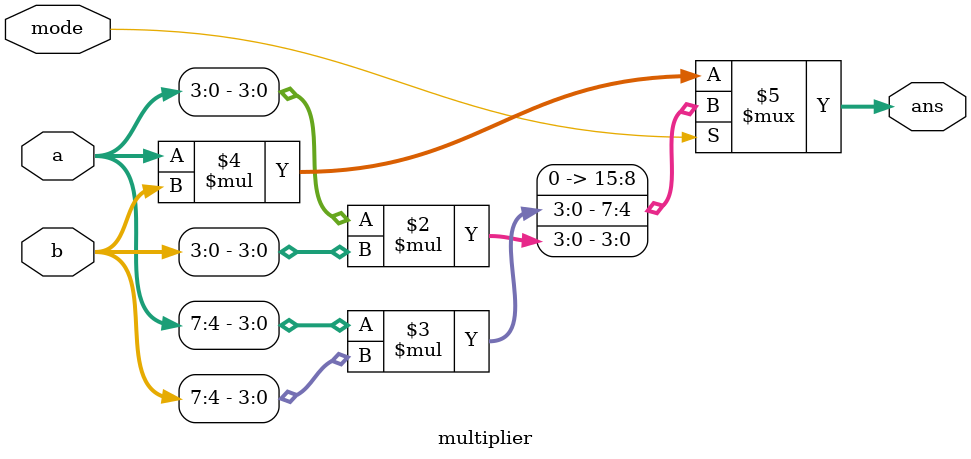
<source format=sv>
/*======================================================
Descripton:
Special multiplier for 8-bit or 2-4bit mul

Create:  
Yipeng   wangyipengv@outlook.com  20191126

Modify:

Notes:
1. TODO
=========================================================*/
`include "diff_core_pkg.sv"
module multiplier(
    input  logic        mode,     //0: normal 8-bit  1: 2-4bit
    input  logic [7:0]  a,
    input  logic [7:0]  b,
    output logic [15:0] ans
);
// could be optimised
always_comb ans = mode ? {a[7:4] * b[7:4], a[3:0] * b[3:0]} : a * b;
endmodule

</source>
